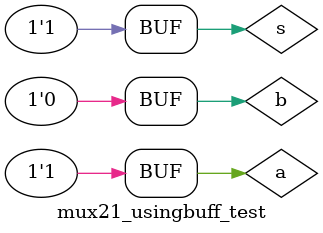
<source format=v>

/************* DESIGN CODE ************/

module mux21_usingbuff (a,b,s,y);
  input a,b,s;
  output y;
  
  bufif0 b0 (y,a,s);
  bufif1 b1 (y,b,s);
  
endmodule

/**************** TESTBENCH CODE **********/

module mux21_usingbuff_test;
  reg a,b,s;
  wire y;
  
   mux21_usingbuff uut (a,b,s,y);
  
  initial 
    begin 
      
      a=0; b=1; s=0;
      
      #10 s=1;
      
      #10 a=1; b=0;
      
    end
  
  initial
    begin 
      $monitor($time,"a=%b b=%b s=%b y=%b",a,b,s,y);
    end
  
  initial 
    begin 
      $dumpfile("kathir.vcd");
      $dumpvars(0,mux21_usingbuff_test);
      
    end 
  
endmodule
</source>
